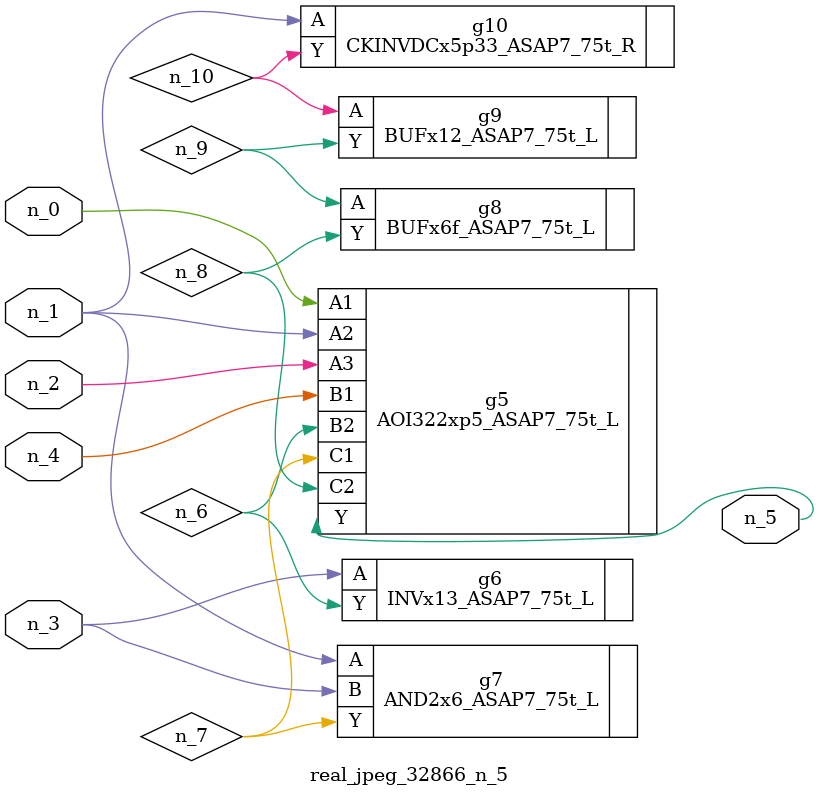
<source format=v>
module real_jpeg_32866_n_5 (n_4, n_0, n_1, n_2, n_3, n_5);

input n_4;
input n_0;
input n_1;
input n_2;
input n_3;

output n_5;

wire n_8;
wire n_6;
wire n_7;
wire n_10;
wire n_9;

AOI322xp5_ASAP7_75t_L g5 ( 
.A1(n_0),
.A2(n_1),
.A3(n_2),
.B1(n_4),
.B2(n_6),
.C1(n_7),
.C2(n_8),
.Y(n_5)
);

AND2x6_ASAP7_75t_L g7 ( 
.A(n_1),
.B(n_3),
.Y(n_7)
);

CKINVDCx5p33_ASAP7_75t_R g10 ( 
.A(n_1),
.Y(n_10)
);

INVx13_ASAP7_75t_L g6 ( 
.A(n_3),
.Y(n_6)
);

BUFx6f_ASAP7_75t_L g8 ( 
.A(n_9),
.Y(n_8)
);

BUFx12_ASAP7_75t_L g9 ( 
.A(n_10),
.Y(n_9)
);


endmodule
</source>
